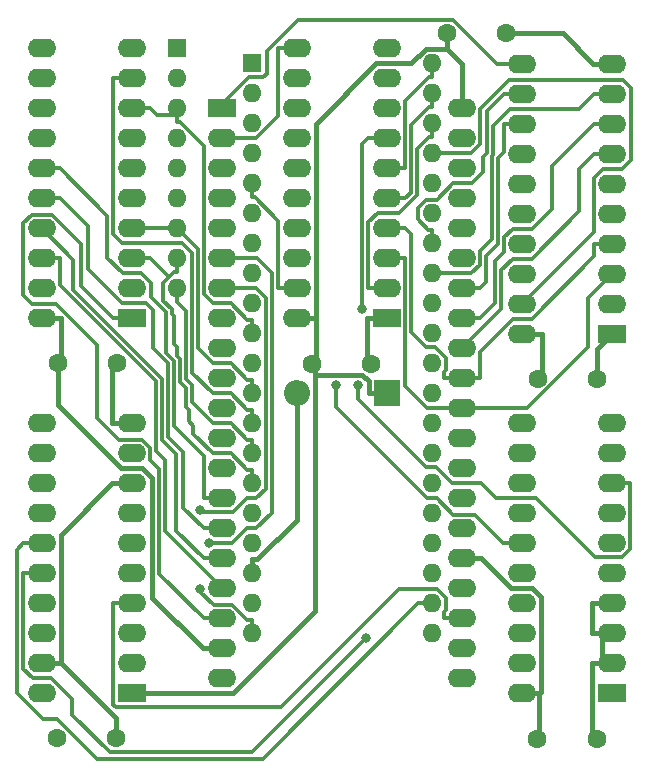
<source format=gtl>
G04 #@! TF.GenerationSoftware,KiCad,Pcbnew,(6.0.9)*
G04 #@! TF.CreationDate,2024-10-17T20:50:55+02:00*
G04 #@! TF.ProjectId,Sombrero_MSX_Goa'uld,536f6d62-7265-4726-9f5f-4d53585f476f,rev?*
G04 #@! TF.SameCoordinates,Original*
G04 #@! TF.FileFunction,Copper,L1,Top*
G04 #@! TF.FilePolarity,Positive*
%FSLAX46Y46*%
G04 Gerber Fmt 4.6, Leading zero omitted, Abs format (unit mm)*
G04 Created by KiCad (PCBNEW (6.0.9)) date 2024-10-17 20:50:55*
%MOMM*%
%LPD*%
G01*
G04 APERTURE LIST*
G04 #@! TA.AperFunction,ComponentPad*
%ADD10R,2.400000X1.600000*%
G04 #@! TD*
G04 #@! TA.AperFunction,ComponentPad*
%ADD11O,2.400000X1.600000*%
G04 #@! TD*
G04 #@! TA.AperFunction,ComponentPad*
%ADD12C,1.600000*%
G04 #@! TD*
G04 #@! TA.AperFunction,ComponentPad*
%ADD13R,1.600000X1.600000*%
G04 #@! TD*
G04 #@! TA.AperFunction,ComponentPad*
%ADD14O,1.600000X1.600000*%
G04 #@! TD*
G04 #@! TA.AperFunction,ComponentPad*
%ADD15R,2.200000X2.200000*%
G04 #@! TD*
G04 #@! TA.AperFunction,ComponentPad*
%ADD16O,2.200000X2.200000*%
G04 #@! TD*
G04 #@! TA.AperFunction,ViaPad*
%ADD17C,0.800000*%
G04 #@! TD*
G04 #@! TA.AperFunction,Conductor*
%ADD18C,0.450000*%
G04 #@! TD*
G04 #@! TA.AperFunction,Conductor*
%ADD19C,0.300000*%
G04 #@! TD*
G04 APERTURE END LIST*
D10*
X170245000Y-99065000D03*
D11*
X170245000Y-96525000D03*
X170245000Y-93985000D03*
X170245000Y-91445000D03*
X170245000Y-88905000D03*
X170245000Y-86365000D03*
X170245000Y-83825000D03*
X170245000Y-81285000D03*
X170245000Y-78745000D03*
X170245000Y-76205000D03*
X162625000Y-76205000D03*
X162625000Y-78745000D03*
X162625000Y-81285000D03*
X162625000Y-83825000D03*
X162625000Y-86365000D03*
X162625000Y-88905000D03*
X162625000Y-91445000D03*
X162625000Y-93985000D03*
X162625000Y-96525000D03*
X162625000Y-99065000D03*
D10*
X137175000Y-80005000D03*
D11*
X137175000Y-82545000D03*
X137175000Y-85085000D03*
X137175000Y-87625000D03*
X137175000Y-90165000D03*
X137175000Y-92705000D03*
X137175000Y-95245000D03*
X137175000Y-97785000D03*
X137175000Y-100325000D03*
X137175000Y-102865000D03*
X137175000Y-105405000D03*
X137175000Y-107945000D03*
X137175000Y-110485000D03*
X137175000Y-113025000D03*
X137175000Y-115565000D03*
X137175000Y-118105000D03*
X137175000Y-120645000D03*
X137175000Y-123185000D03*
X137175000Y-125725000D03*
X137175000Y-128265000D03*
X157495000Y-128265000D03*
X157495000Y-125725000D03*
X157495000Y-123185000D03*
X157495000Y-120645000D03*
X157495000Y-118105000D03*
X157495000Y-115565000D03*
X157495000Y-113025000D03*
X157495000Y-110485000D03*
X157495000Y-107945000D03*
X157495000Y-105405000D03*
X157495000Y-102865000D03*
X157495000Y-100325000D03*
X157495000Y-97785000D03*
X157495000Y-95245000D03*
X157495000Y-92705000D03*
X157495000Y-90165000D03*
X157495000Y-87625000D03*
X157495000Y-85085000D03*
X157495000Y-82545000D03*
X157495000Y-80005000D03*
D10*
X129540000Y-129540000D03*
D11*
X129540000Y-127000000D03*
X129540000Y-124460000D03*
X129540000Y-121920000D03*
X129540000Y-119380000D03*
X129540000Y-116840000D03*
X129540000Y-114300000D03*
X129540000Y-111760000D03*
X129540000Y-109220000D03*
X129540000Y-106680000D03*
X121920000Y-106680000D03*
X121920000Y-109220000D03*
X121920000Y-111760000D03*
X121920000Y-114300000D03*
X121920000Y-116840000D03*
X121920000Y-119380000D03*
X121920000Y-121920000D03*
X121920000Y-124460000D03*
X121920000Y-127000000D03*
X121920000Y-129540000D03*
D10*
X129540000Y-97790000D03*
D11*
X129540000Y-95250000D03*
X129540000Y-92710000D03*
X129540000Y-90170000D03*
X129540000Y-87630000D03*
X129540000Y-85090000D03*
X129540000Y-82550000D03*
X129540000Y-80010000D03*
X129540000Y-77470000D03*
X129540000Y-74930000D03*
X121920000Y-74930000D03*
X121920000Y-77470000D03*
X121920000Y-80010000D03*
X121920000Y-82550000D03*
X121920000Y-85090000D03*
X121920000Y-87630000D03*
X121920000Y-90170000D03*
X121920000Y-92710000D03*
X121920000Y-95250000D03*
X121920000Y-97790000D03*
D12*
X163895000Y-133355000D03*
X168895000Y-133355000D03*
D10*
X170180000Y-129540000D03*
D11*
X170180000Y-127000000D03*
X170180000Y-124460000D03*
X170180000Y-121920000D03*
X170180000Y-119380000D03*
X170180000Y-116840000D03*
X170180000Y-114300000D03*
X170180000Y-111760000D03*
X170180000Y-109220000D03*
X170180000Y-106680000D03*
X162560000Y-106680000D03*
X162560000Y-109220000D03*
X162560000Y-111760000D03*
X162560000Y-114300000D03*
X162560000Y-116840000D03*
X162560000Y-119380000D03*
X162560000Y-121920000D03*
X162560000Y-124460000D03*
X162560000Y-127000000D03*
X162560000Y-129540000D03*
D12*
X156210000Y-73660000D03*
X161210000Y-73660000D03*
D13*
X133350000Y-74930000D03*
D14*
X133350000Y-77470000D03*
X133350000Y-80010000D03*
X133350000Y-82550000D03*
X133350000Y-85090000D03*
X133350000Y-87630000D03*
X133350000Y-90170000D03*
X133350000Y-92710000D03*
X133350000Y-95250000D03*
D15*
X151130000Y-104140000D03*
D16*
X143510000Y-104140000D03*
D12*
X123190000Y-133350000D03*
X128190000Y-133350000D03*
X123270000Y-101600000D03*
X128270000Y-101600000D03*
D13*
X139710000Y-76200000D03*
D14*
X139710000Y-78740000D03*
X139710000Y-81280000D03*
X139710000Y-83820000D03*
X139710000Y-86360000D03*
X139710000Y-88900000D03*
X139710000Y-91440000D03*
X139710000Y-93980000D03*
X139710000Y-96520000D03*
X139710000Y-99060000D03*
X139710000Y-101600000D03*
X139710000Y-104140000D03*
X139710000Y-106680000D03*
X139710000Y-109220000D03*
X139710000Y-111760000D03*
X139710000Y-114300000D03*
X139710000Y-116840000D03*
X139710000Y-119380000D03*
X139710000Y-121920000D03*
X139710000Y-124460000D03*
X154950000Y-124460000D03*
X154950000Y-121920000D03*
X154950000Y-119380000D03*
X154950000Y-116840000D03*
X154950000Y-114300000D03*
X154950000Y-111760000D03*
X154950000Y-109220000D03*
X154950000Y-106680000D03*
X154950000Y-104140000D03*
X154950000Y-101600000D03*
X154950000Y-99060000D03*
X154950000Y-96520000D03*
X154950000Y-93980000D03*
X154950000Y-91440000D03*
X154950000Y-88900000D03*
X154950000Y-86360000D03*
X154950000Y-83820000D03*
X154950000Y-81280000D03*
X154950000Y-78740000D03*
X154950000Y-76200000D03*
D12*
X163905000Y-102880000D03*
X168905000Y-102880000D03*
X144820000Y-101605000D03*
X149820000Y-101605000D03*
D10*
X151130000Y-97790000D03*
D11*
X151130000Y-95250000D03*
X151130000Y-92710000D03*
X151130000Y-90170000D03*
X151130000Y-87630000D03*
X151130000Y-85090000D03*
X151130000Y-82550000D03*
X151130000Y-80010000D03*
X151130000Y-77470000D03*
X151130000Y-74930000D03*
X143510000Y-74930000D03*
X143510000Y-77470000D03*
X143510000Y-80010000D03*
X143510000Y-82550000D03*
X143510000Y-85090000D03*
X143510000Y-87630000D03*
X143510000Y-90170000D03*
X143510000Y-92710000D03*
X143510000Y-95250000D03*
X143510000Y-97790000D03*
D17*
X149079700Y-97026600D03*
X135356800Y-120719100D03*
X149408500Y-124868700D03*
X148699200Y-103431500D03*
X146836900Y-103394400D03*
X135306400Y-114030400D03*
X136056700Y-116840000D03*
D18*
X123545100Y-101324900D02*
X123545100Y-97790000D01*
X164185100Y-121400700D02*
X163434400Y-120650000D01*
X163434400Y-120650000D02*
X161665100Y-120650000D01*
X157495000Y-118105000D02*
X159120100Y-118105000D01*
X164022600Y-129540000D02*
X164185100Y-129377500D01*
X164022600Y-133227400D02*
X163895000Y-133355000D01*
X164185100Y-129377500D02*
X164185100Y-121400700D01*
X131257900Y-111337000D02*
X131257900Y-121433000D01*
X123270000Y-101600000D02*
X123545100Y-101324900D01*
X123270000Y-101600000D02*
X123270000Y-105096000D01*
X130410900Y-110490000D02*
X131257900Y-111337000D01*
X137175000Y-125725000D02*
X135549900Y-125725000D01*
X162560000Y-129540000D02*
X164022600Y-129540000D01*
X164022600Y-129540000D02*
X164022600Y-133227400D01*
X121920000Y-97790000D02*
X123545100Y-97790000D01*
X128664000Y-110490000D02*
X130410900Y-110490000D01*
X123270000Y-105096000D02*
X128664000Y-110490000D01*
X161665100Y-120650000D02*
X159120100Y-118105000D01*
X131257900Y-121433000D02*
X135549900Y-125725000D01*
X168905000Y-100405000D02*
X168905000Y-102880000D01*
X169367500Y-124460000D02*
X168554900Y-124460000D01*
X170245000Y-99065000D02*
X168905000Y-100405000D01*
X170180000Y-121920000D02*
X168554900Y-121920000D01*
X170180000Y-124460000D02*
X169367500Y-124460000D01*
X168554900Y-121920000D02*
X168554900Y-124460000D01*
X128190000Y-131644900D02*
X123545100Y-127000000D01*
X129540000Y-111760000D02*
X127914900Y-111760000D01*
X121920000Y-127000000D02*
X123545100Y-127000000D01*
X127914900Y-111760000D02*
X123545100Y-116129800D01*
X123545100Y-116129800D02*
X123545100Y-127000000D01*
X166074900Y-73660000D02*
X168619900Y-76205000D01*
X170180000Y-127000000D02*
X169367500Y-127000000D01*
X170245000Y-76205000D02*
X168619900Y-76205000D01*
X168895000Y-133355000D02*
X168554900Y-133014900D01*
X129540000Y-106680000D02*
X127914900Y-106680000D01*
X127914900Y-101955100D02*
X127914900Y-106680000D01*
X169367500Y-127000000D02*
X168554900Y-127000000D01*
X149820000Y-101605000D02*
X149504900Y-101289900D01*
X161210000Y-73660000D02*
X166074900Y-73660000D01*
X169367500Y-127000000D02*
X169367500Y-124460000D01*
X168554900Y-133014900D02*
X168554900Y-127000000D01*
X128270000Y-101600000D02*
X127914900Y-101955100D01*
X151130000Y-97790000D02*
X149504900Y-97790000D01*
X128190000Y-133350000D02*
X128190000Y-131644900D01*
X149504900Y-101289900D02*
X149504900Y-97790000D01*
X139710000Y-118154900D02*
X140169400Y-118154900D01*
X143510000Y-114814300D02*
X143510000Y-104140000D01*
X139710000Y-119380000D02*
X139710000Y-118154900D01*
X140169400Y-118154900D02*
X143510000Y-114814300D01*
D19*
X152680100Y-92710000D02*
X152680100Y-103508100D01*
X152680100Y-103508100D02*
X154577000Y-105405000D01*
X168202100Y-96027900D02*
X170245000Y-93985000D01*
X151130000Y-92710000D02*
X152680100Y-92710000D01*
X157495000Y-105405000D02*
X163018600Y-105405000D01*
X154577000Y-105405000D02*
X157495000Y-105405000D01*
X163018600Y-105405000D02*
X168202100Y-100221500D01*
X168202100Y-100221500D02*
X168202100Y-96027900D01*
X170245000Y-91445000D02*
X168694900Y-91445000D01*
X154453000Y-100210200D02*
X155192100Y-100210200D01*
X153180300Y-90670200D02*
X153180300Y-98937500D01*
X155944900Y-102310400D02*
X155944900Y-102865000D01*
X156113400Y-102141900D02*
X155944900Y-102310400D01*
X168694900Y-92520800D02*
X168694900Y-91445000D01*
X159045100Y-102865000D02*
X159045100Y-100588300D01*
X152680100Y-90170000D02*
X153180300Y-90670200D01*
X157495000Y-102865000D02*
X159045100Y-102865000D01*
X159045100Y-100588300D02*
X161814500Y-97818900D01*
X157495000Y-102865000D02*
X155944900Y-102865000D01*
X156113400Y-101131500D02*
X156113400Y-102141900D01*
X151130000Y-90170000D02*
X152680100Y-90170000D01*
X153180300Y-98937500D02*
X154453000Y-100210200D01*
X163396800Y-97818900D02*
X168694900Y-92520800D01*
X161814500Y-97818900D02*
X163396800Y-97818900D01*
X155192100Y-100210200D02*
X156113400Y-101131500D01*
X161826300Y-92715000D02*
X160824900Y-93716400D01*
X149579900Y-82550000D02*
X149079700Y-83050200D01*
X149079700Y-83050200D02*
X149079700Y-97026600D01*
X151130000Y-82550000D02*
X149579900Y-82550000D01*
X170245000Y-83825000D02*
X168694900Y-83825000D01*
X168694900Y-83825000D02*
X167391900Y-85128000D01*
X167391900Y-88725200D02*
X163402100Y-92715000D01*
X167391900Y-85128000D02*
X167391900Y-88725200D01*
X160824900Y-93716400D02*
X160824900Y-96995100D01*
X160824900Y-96995100D02*
X157495000Y-100325000D01*
X163402100Y-92715000D02*
X161826300Y-92715000D01*
X161074900Y-92170200D02*
X160324700Y-92920400D01*
X165086000Y-84893900D02*
X165086000Y-88520600D01*
X161795600Y-90175000D02*
X161074900Y-90895700D01*
X160324700Y-92920400D02*
X160324700Y-96505400D01*
X168694900Y-81285000D02*
X165086000Y-84893900D01*
X160324700Y-96505400D02*
X159045100Y-97785000D01*
X163431600Y-90175000D02*
X161795600Y-90175000D01*
X161074900Y-90895700D02*
X161074900Y-92170200D01*
X157495000Y-97785000D02*
X159045100Y-97785000D01*
X170245000Y-81285000D02*
X168694900Y-81285000D01*
X165086000Y-88520600D02*
X163431600Y-90175000D01*
X135356800Y-120905900D02*
X135356800Y-120719100D01*
X139710000Y-124460000D02*
X139710000Y-123309900D01*
X139710000Y-123309900D02*
X139326500Y-123309900D01*
X139326500Y-123309900D02*
X138051400Y-122034800D01*
X138051400Y-122034800D02*
X136485700Y-122034800D01*
X136485700Y-122034800D02*
X135356800Y-120905900D01*
X121920000Y-119380000D02*
X120369900Y-119380000D01*
X124490100Y-130012600D02*
X122747500Y-128270000D01*
X149408500Y-124868700D02*
X139764500Y-134512700D01*
X121161700Y-128270000D02*
X120369900Y-127478200D01*
X139764500Y-134512700D02*
X127677000Y-134512700D01*
X120369900Y-127478200D02*
X120369900Y-119380000D01*
X127677000Y-134512700D02*
X124490100Y-131325800D01*
X122747500Y-128270000D02*
X121161700Y-128270000D01*
X124490100Y-131325800D02*
X124490100Y-130012600D01*
X153799900Y-121920000D02*
X140661700Y-135058200D01*
X123227100Y-131686400D02*
X122037900Y-131686400D01*
X154950000Y-121920000D02*
X153799900Y-121920000D01*
X140661700Y-135058200D02*
X126598900Y-135058200D01*
X126598900Y-135058200D02*
X123227100Y-131686400D01*
X122037900Y-131686400D02*
X119847400Y-129495900D01*
X121920000Y-116840000D02*
X120369900Y-116840000D01*
X119847400Y-129495900D02*
X119847400Y-117362500D01*
X119847400Y-117362500D02*
X120369900Y-116840000D01*
X171730100Y-117342300D02*
X171058400Y-118014000D01*
X171058400Y-118014000D02*
X168766800Y-118014000D01*
X171730100Y-111760000D02*
X171730100Y-117342300D01*
X156654900Y-111755000D02*
X155270100Y-110370200D01*
X159135900Y-111755000D02*
X156654900Y-111755000D01*
X148699200Y-104597100D02*
X148699200Y-103431500D01*
X170180000Y-111760000D02*
X171730100Y-111760000D01*
X168766800Y-118014000D02*
X163782800Y-113030000D01*
X163782800Y-113030000D02*
X160410900Y-113030000D01*
X154472300Y-110370200D02*
X148699200Y-104597100D01*
X155270100Y-110370200D02*
X154472300Y-110370200D01*
X160410900Y-113030000D02*
X159135900Y-111755000D01*
X139326500Y-108069900D02*
X139710000Y-108069900D01*
X139710000Y-109220000D02*
X139710000Y-108069900D01*
X134124500Y-102926400D02*
X134624600Y-103426500D01*
X133350000Y-96400100D02*
X134124500Y-97174600D01*
X134624600Y-103426500D02*
X134624600Y-104881900D01*
X133350000Y-95250000D02*
X133350000Y-96400100D01*
X137931600Y-106675000D02*
X139326500Y-108069900D01*
X134124500Y-97174600D02*
X134124500Y-102926400D01*
X136417700Y-106675000D02*
X137931600Y-106675000D01*
X134624600Y-104881900D02*
X136417700Y-106675000D01*
X132676000Y-94295800D02*
X132185700Y-94786100D01*
X133124300Y-99928200D02*
X133374300Y-100178200D01*
X133624400Y-103133600D02*
X134124500Y-103633700D01*
X132676000Y-94295800D02*
X131090100Y-92710000D01*
X139710000Y-111760000D02*
X139710000Y-110609900D01*
X134124500Y-103633700D02*
X134124500Y-105269400D01*
X132924800Y-97389300D02*
X133124300Y-97588800D01*
X137931600Y-109215000D02*
X139326500Y-110609900D01*
X132924800Y-97009300D02*
X132924800Y-97389300D01*
X136398200Y-109215000D02*
X137931600Y-109215000D01*
X134747800Y-107564600D02*
X136398200Y-109215000D01*
X132185700Y-96270200D02*
X132924800Y-97009300D01*
X132676000Y-94295800D02*
X133111700Y-93860100D01*
X132185700Y-94786100D02*
X132185700Y-96270200D01*
X133350000Y-92710000D02*
X133350000Y-93860100D01*
X133624400Y-101178300D02*
X133624400Y-103133600D01*
X133374300Y-100178200D02*
X133374300Y-100928200D01*
X134374500Y-105519400D02*
X134374500Y-106484100D01*
X134747800Y-106857400D02*
X134747800Y-107564600D01*
X129540000Y-92710000D02*
X131090100Y-92710000D01*
X133374300Y-100928200D02*
X133624400Y-101178300D01*
X133124300Y-97588800D02*
X133124300Y-99928200D01*
X134374500Y-106484100D02*
X134747800Y-106857400D01*
X134124500Y-105269400D02*
X134374500Y-105519400D01*
X133111700Y-93860100D02*
X133350000Y-93860100D01*
X139326500Y-110609900D02*
X139710000Y-110609900D01*
X137931600Y-101595000D02*
X136389100Y-101595000D01*
X135124700Y-91944700D02*
X133350000Y-90170000D01*
X139710000Y-102989900D02*
X139326500Y-102989900D01*
X139326500Y-102989900D02*
X137931600Y-101595000D01*
X133350000Y-90170000D02*
X131090100Y-90170000D01*
X139710000Y-104140000D02*
X139710000Y-102989900D01*
X135124700Y-100330600D02*
X135124700Y-91944700D01*
X129540000Y-90170000D02*
X131090100Y-90170000D01*
X136389100Y-101595000D02*
X135124700Y-100330600D01*
X133350000Y-80010000D02*
X133350000Y-80585000D01*
X133350000Y-80585000D02*
X133350000Y-81160100D01*
X133588300Y-81160100D02*
X133350000Y-81160100D01*
X136389100Y-96515000D02*
X135624800Y-95750700D01*
X129540000Y-80010000D02*
X131090100Y-80010000D01*
X139326500Y-97909900D02*
X137931600Y-96515000D01*
X135624800Y-83196600D02*
X133588300Y-81160100D01*
X133350000Y-80585000D02*
X131665100Y-80585000D01*
X131665100Y-80585000D02*
X131090100Y-80010000D01*
X139710000Y-99060000D02*
X139710000Y-97909900D01*
X137931600Y-96515000D02*
X136389100Y-96515000D01*
X135624800Y-95750700D02*
X135624800Y-83196600D01*
X139710000Y-97909900D02*
X139326500Y-97909900D01*
X127989900Y-90678500D02*
X127989900Y-77470000D01*
X129540000Y-77470000D02*
X127989900Y-77470000D01*
X137931600Y-104135000D02*
X136392800Y-104135000D01*
X139710000Y-106680000D02*
X139710000Y-105529900D01*
X136392800Y-104135000D02*
X134624600Y-102366800D01*
X134624600Y-102366800D02*
X134624600Y-92284800D01*
X139326500Y-105529900D02*
X137931600Y-104135000D01*
X139710000Y-105529900D02*
X139326500Y-105529900D01*
X128751400Y-91440000D02*
X127989900Y-90678500D01*
X134624600Y-92284800D02*
X133779800Y-91440000D01*
X133779800Y-91440000D02*
X128751400Y-91440000D01*
X159045200Y-92078500D02*
X160074600Y-91049100D01*
X167424900Y-80015000D02*
X168694900Y-78745000D01*
X158288900Y-93980000D02*
X159045200Y-93223700D01*
X161612300Y-80015000D02*
X167424900Y-80015000D01*
X160074600Y-91049100D02*
X160074600Y-84015800D01*
X159045200Y-93223700D02*
X159045200Y-92078500D01*
X154950000Y-93980000D02*
X158288900Y-93980000D01*
X160133100Y-83957300D02*
X160133100Y-81494200D01*
X170245000Y-78745000D02*
X168694900Y-78745000D01*
X160133100Y-81494200D02*
X161612300Y-80015000D01*
X160074600Y-84015800D02*
X160133100Y-83957300D01*
X154466000Y-87740700D02*
X155347600Y-87740700D01*
X158322700Y-86355000D02*
X159274000Y-85403700D01*
X159274000Y-85403700D02*
X159274000Y-84109200D01*
X153740400Y-89367800D02*
X153740400Y-88466300D01*
X154950000Y-91440000D02*
X154950000Y-90289900D01*
X153740400Y-88466300D02*
X154466000Y-87740700D01*
X154662500Y-90289900D02*
X153740400Y-89367800D01*
X155347600Y-87740700D02*
X156733300Y-86355000D01*
X156733300Y-86355000D02*
X158322700Y-86355000D01*
X154950000Y-90289900D02*
X154662500Y-90289900D01*
X159274000Y-84109200D02*
X159633000Y-83750200D01*
X162625000Y-78745000D02*
X161074900Y-78745000D01*
X159633000Y-80186900D02*
X161074900Y-78745000D01*
X159633000Y-83750200D02*
X159633000Y-80186900D01*
X154950000Y-83820000D02*
X158280200Y-83820000D01*
X171795300Y-84374300D02*
X171074600Y-85095000D01*
X161492700Y-77588000D02*
X171118600Y-77588000D01*
X169486600Y-85095000D02*
X168694900Y-85886700D01*
X168694900Y-90455100D02*
X162625000Y-96525000D01*
X159054800Y-80025900D02*
X161492700Y-77588000D01*
X159054800Y-83045400D02*
X159054800Y-80025900D01*
X158280200Y-83820000D02*
X159054800Y-83045400D01*
X171118600Y-77588000D02*
X171795300Y-78264700D01*
X171074600Y-85095000D02*
X169486600Y-85095000D01*
X171795300Y-78264700D02*
X171795300Y-84374300D01*
X168694900Y-85886700D02*
X168694900Y-90455100D01*
X154711700Y-79890100D02*
X153180200Y-81421600D01*
X154950000Y-79890100D02*
X154711700Y-79890100D01*
X153180200Y-87129900D02*
X152680100Y-87630000D01*
X154950000Y-78740000D02*
X154950000Y-79890100D01*
X151130000Y-87630000D02*
X152680100Y-87630000D01*
X153180200Y-81421600D02*
X153180200Y-87129900D01*
X141959900Y-95250000D02*
X141959900Y-89521700D01*
X141959900Y-89521700D02*
X139948300Y-87510100D01*
X139710000Y-86360000D02*
X139710000Y-87510100D01*
X143510000Y-95250000D02*
X141959900Y-95250000D01*
X139948300Y-87510100D02*
X139710000Y-87510100D01*
X152680100Y-85090000D02*
X152680100Y-79381700D01*
X152680100Y-79381700D02*
X154711700Y-77350100D01*
X154711700Y-77350100D02*
X154950000Y-77350100D01*
X151130000Y-85090000D02*
X152680100Y-85090000D01*
X154950000Y-76200000D02*
X154950000Y-77350100D01*
X153680300Y-87348600D02*
X152190300Y-88838600D01*
X154950000Y-82430100D02*
X154711700Y-82430100D01*
X149579900Y-89651200D02*
X149579900Y-95250000D01*
X153680300Y-83461500D02*
X153680300Y-87348600D01*
X154711700Y-82430100D02*
X153680300Y-83461500D01*
X154950000Y-81280000D02*
X154950000Y-82430100D01*
X152190300Y-88838600D02*
X150392500Y-88838600D01*
X151130000Y-95250000D02*
X149579900Y-95250000D01*
X150392500Y-88838600D02*
X149579900Y-89651200D01*
X120352900Y-89709800D02*
X121063600Y-88999100D01*
X137175000Y-123185000D02*
X135624900Y-123185000D01*
X128462000Y-108067700D02*
X126614300Y-106220000D01*
X125274300Y-95074400D02*
X127989900Y-97790000D01*
X122775700Y-88999100D02*
X125274200Y-91497600D01*
X131090200Y-109811000D02*
X131090200Y-108726500D01*
X131833000Y-119393100D02*
X131833000Y-110553800D01*
X121120100Y-96543900D02*
X120352900Y-95776700D01*
X125274200Y-95074400D02*
X125274300Y-95074400D01*
X120352900Y-95776700D02*
X120352900Y-89709800D01*
X123117700Y-96543900D02*
X121120100Y-96543900D01*
X126614300Y-106220000D02*
X126614300Y-100040500D01*
X130431400Y-108067700D02*
X128462000Y-108067700D01*
X131833000Y-110553800D02*
X131090200Y-109811000D01*
X126614300Y-100040500D02*
X123117700Y-96543900D01*
X121063600Y-88999100D02*
X122775700Y-88999100D01*
X125274200Y-91497600D02*
X125274200Y-95074400D01*
X129540000Y-97790000D02*
X127989900Y-97790000D01*
X131090200Y-108726500D02*
X130431400Y-108067700D01*
X135624900Y-123185000D02*
X131833000Y-119393100D01*
X139432300Y-77350200D02*
X140681700Y-77350200D01*
X160446400Y-76205000D02*
X162625000Y-76205000D01*
X137175000Y-80005000D02*
X137175000Y-79607500D01*
X140983100Y-75107800D02*
X143596700Y-72494200D01*
X140681700Y-77350200D02*
X140983100Y-77048800D01*
X156735600Y-72494200D02*
X160446400Y-76205000D01*
X140983100Y-77048800D02*
X140983100Y-75107800D01*
X137175000Y-79607500D02*
X139432300Y-77350200D01*
X143596700Y-72494200D02*
X156735600Y-72494200D01*
X159045100Y-95245000D02*
X159574600Y-94715500D01*
X157495000Y-95245000D02*
X159045100Y-95245000D01*
X159574600Y-94715500D02*
X159574600Y-92463500D01*
X162625000Y-81285000D02*
X161074900Y-81285000D01*
X160574800Y-84222800D02*
X161074900Y-83722700D01*
X159574600Y-92463500D02*
X160574800Y-91463300D01*
X161074900Y-83722700D02*
X161074900Y-81285000D01*
X160574800Y-91463300D02*
X160574800Y-84222800D01*
X141959900Y-74930000D02*
X141959900Y-80656500D01*
X143510000Y-74930000D02*
X141959900Y-74930000D01*
X140071400Y-82545000D02*
X137175000Y-82545000D01*
X141959900Y-80656500D02*
X140071400Y-82545000D01*
X162560000Y-116840000D02*
X161009900Y-116840000D01*
X156774900Y-114414800D02*
X155390100Y-113030000D01*
X154581600Y-113030000D02*
X146836900Y-105285300D01*
X161009900Y-116840000D02*
X158584700Y-114414800D01*
X146836900Y-105285300D02*
X146836900Y-103394400D01*
X158584700Y-114414800D02*
X156774900Y-114414800D01*
X155390100Y-113030000D02*
X154581600Y-113030000D01*
X139274900Y-113030000D02*
X138122500Y-114182400D01*
X135458400Y-114182400D02*
X135306400Y-114030400D01*
X137175000Y-95245000D02*
X140085700Y-95245000D01*
X140889500Y-112208100D02*
X140067600Y-113030000D01*
X140085700Y-95245000D02*
X140889500Y-96048800D01*
X140067600Y-113030000D02*
X139274900Y-113030000D01*
X138122500Y-114182400D02*
X135458400Y-114182400D01*
X140889500Y-96048800D02*
X140889500Y-112208100D01*
X140141000Y-92705000D02*
X141399800Y-93963800D01*
X138004900Y-116840000D02*
X136056700Y-116840000D01*
X141399800Y-114237800D02*
X140067600Y-115570000D01*
X139274900Y-115570000D02*
X138004900Y-116840000D01*
X141399800Y-93963800D02*
X141399800Y-114237800D01*
X140067600Y-115570000D02*
X139274900Y-115570000D01*
X137175000Y-92705000D02*
X140141000Y-92705000D01*
D18*
X138079300Y-129540000D02*
X129540000Y-129540000D01*
X162625000Y-99065000D02*
X164250100Y-99065000D01*
X156210000Y-74945000D02*
X157495000Y-76230000D01*
X154439600Y-74945000D02*
X153184600Y-76200000D01*
X145048400Y-102546800D02*
X145048400Y-122570900D01*
X163905000Y-102880000D02*
X164250100Y-102534900D01*
X149604900Y-104140000D02*
X149604900Y-103122400D01*
X150240200Y-76200000D02*
X145135100Y-81305100D01*
X151130000Y-104140000D02*
X149604900Y-104140000D01*
X149029300Y-102546800D02*
X145048400Y-102546800D01*
X164250100Y-102534900D02*
X164250100Y-99065000D01*
X157495000Y-76230000D02*
X157495000Y-80005000D01*
X145135100Y-97790000D02*
X145135100Y-101289900D01*
X145135100Y-101289900D02*
X144820000Y-101605000D01*
X145135100Y-81305100D02*
X145135100Y-97790000D01*
X143510000Y-97790000D02*
X145135100Y-97790000D01*
X149604900Y-103122400D02*
X149029300Y-102546800D01*
X156210000Y-74945000D02*
X154439600Y-74945000D01*
X156210000Y-73660000D02*
X156210000Y-74945000D01*
X145048400Y-102546800D02*
X145048400Y-101833400D01*
X145048400Y-122570900D02*
X138079300Y-129540000D01*
X145048400Y-101833400D02*
X144820000Y-101605000D01*
X153184600Y-76200000D02*
X150240200Y-76200000D01*
D19*
X129540000Y-121920000D02*
X127989900Y-121920000D01*
X142150800Y-130712000D02*
X128187100Y-130712000D01*
X157495000Y-123185000D02*
X155944900Y-123185000D01*
X156113400Y-121451500D02*
X155382500Y-120720600D01*
X127989900Y-130514800D02*
X127989900Y-121920000D01*
X155944900Y-122630400D02*
X156113400Y-122461900D01*
X155382500Y-120720600D02*
X152142200Y-120720600D01*
X128187100Y-130712000D02*
X127989900Y-130514800D01*
X152142200Y-120720600D02*
X142150800Y-130712000D01*
X155944900Y-123185000D02*
X155944900Y-122630400D01*
X156113400Y-122461900D02*
X156113400Y-121451500D01*
X128780900Y-93980000D02*
X127475800Y-92674900D01*
X131144900Y-94787000D02*
X130337900Y-93980000D01*
X133124300Y-101385400D02*
X132424700Y-100685800D01*
X132424700Y-97274100D02*
X131144900Y-95994300D01*
X135624900Y-109424200D02*
X133124300Y-106923600D01*
X135624900Y-113025000D02*
X135624900Y-109424200D01*
X133124300Y-106923600D02*
X133124300Y-101385400D01*
X131144900Y-95994300D02*
X131144900Y-94787000D01*
X127475800Y-89095700D02*
X123470100Y-85090000D01*
X121920000Y-85090000D02*
X123470100Y-85090000D01*
X130337900Y-93980000D02*
X128780900Y-93980000D01*
X132424700Y-100685800D02*
X132424700Y-97274100D01*
X127475800Y-92674900D02*
X127475800Y-89095700D01*
X137175000Y-113025000D02*
X135624900Y-113025000D01*
X137175000Y-115565000D02*
X135624900Y-115565000D01*
X131330500Y-97081100D02*
X130715900Y-96466500D01*
X133919100Y-113859200D02*
X133919100Y-109132900D01*
X132624200Y-101592500D02*
X131330500Y-100298800D01*
X130715900Y-96466500D02*
X128723100Y-96466500D01*
X133919100Y-109132900D02*
X132624200Y-107838000D01*
X125834900Y-93578300D02*
X125834900Y-89994800D01*
X132624200Y-107838000D02*
X132624200Y-101592500D01*
X131330500Y-100298800D02*
X131330500Y-97081100D01*
X128723100Y-96466500D02*
X125834900Y-93578300D01*
X125834900Y-89994800D02*
X123470100Y-87630000D01*
X135624900Y-115565000D02*
X133919100Y-113859200D01*
X121920000Y-87630000D02*
X123470100Y-87630000D01*
X133275000Y-109266600D02*
X132124100Y-108115700D01*
X133275000Y-115755100D02*
X133275000Y-109266600D01*
X124584300Y-92834300D02*
X121920000Y-90170000D01*
X132124100Y-102913800D02*
X124584300Y-95374000D01*
X137175000Y-118105000D02*
X135624900Y-118105000D01*
X124584300Y-95374000D02*
X124584300Y-92834300D01*
X135624900Y-118105000D02*
X133275000Y-115755100D01*
X132124100Y-108115700D02*
X132124100Y-102913800D01*
X121920000Y-92710000D02*
X123470100Y-92710000D01*
X132333200Y-115803200D02*
X137175000Y-120645000D01*
X123470100Y-94967200D02*
X131623900Y-103121000D01*
X123470100Y-92710000D02*
X123470100Y-94967200D01*
X132333200Y-109739400D02*
X132333200Y-115803200D01*
X131623900Y-109030100D02*
X132333200Y-109739400D01*
X131623900Y-103121000D02*
X131623900Y-109030100D01*
M02*

</source>
